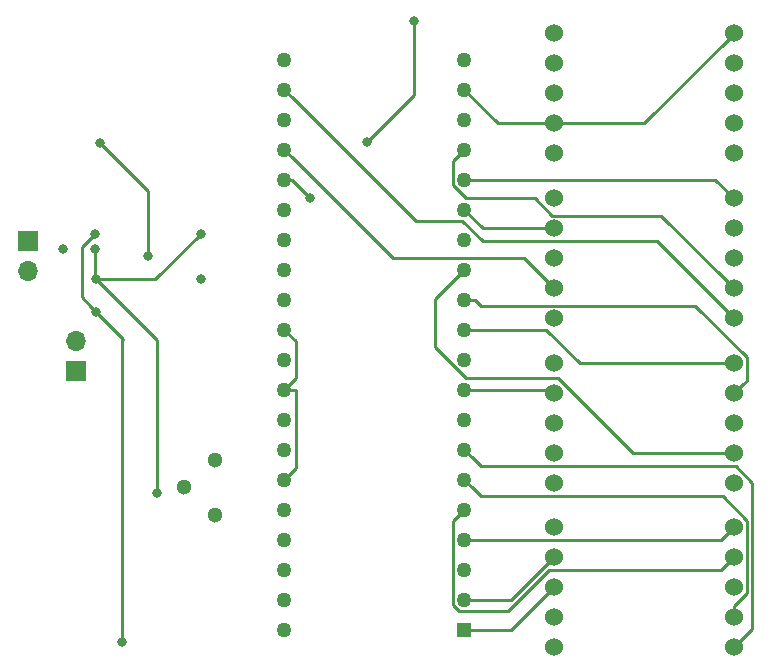
<source format=gbr>
G04 #@! TF.GenerationSoftware,KiCad,Pcbnew,(5.0.0-3-g5ebb6b6)*
G04 #@! TF.CreationDate,2018-10-31T22:03:31-07:00*
G04 #@! TF.ProjectId,Digital Voltmeter,4469676974616C20566F6C746D657465,A*
G04 #@! TF.SameCoordinates,Original*
G04 #@! TF.FileFunction,Copper,L2,Bot,Signal*
G04 #@! TF.FilePolarity,Positive*
%FSLAX46Y46*%
G04 Gerber Fmt 4.6, Leading zero omitted, Abs format (unit mm)*
G04 Created by KiCad (PCBNEW (5.0.0-3-g5ebb6b6)) date Wednesday, October 31, 2018 at 10:03:31 PM*
%MOMM*%
%LPD*%
G01*
G04 APERTURE LIST*
G04 #@! TA.AperFunction,ComponentPad*
%ADD10R,1.700000X1.700000*%
G04 #@! TD*
G04 #@! TA.AperFunction,ComponentPad*
%ADD11O,1.700000X1.700000*%
G04 #@! TD*
G04 #@! TA.AperFunction,ComponentPad*
%ADD12C,1.524000*%
G04 #@! TD*
G04 #@! TA.AperFunction,ComponentPad*
%ADD13R,1.270000X1.270000*%
G04 #@! TD*
G04 #@! TA.AperFunction,ComponentPad*
%ADD14C,1.270000*%
G04 #@! TD*
G04 #@! TA.AperFunction,ComponentPad*
%ADD15C,1.300000*%
G04 #@! TD*
G04 #@! TA.AperFunction,ViaPad*
%ADD16C,0.800000*%
G04 #@! TD*
G04 #@! TA.AperFunction,Conductor*
%ADD17C,0.250000*%
G04 #@! TD*
G04 APERTURE END LIST*
D10*
G04 #@! TO.P,J2,1*
G04 #@! TO.N,/Vin=9V*
X108775500Y-98044000D03*
D11*
G04 #@! TO.P,J2,2*
G04 #@! TO.N,GND*
X108775500Y-100584000D03*
G04 #@! TD*
D10*
G04 #@! TO.P,J1,1*
G04 #@! TO.N,/Vin+*
X112776000Y-109029500D03*
D11*
G04 #@! TO.P,J1,2*
G04 #@! TO.N,/Vin-*
X112776000Y-106489500D03*
G04 #@! TD*
D12*
G04 #@! TO.P,U4,10*
G04 #@! TO.N,Net-(U3-Pad20)*
X168529000Y-90614500D03*
G04 #@! TO.P,U4,9*
G04 #@! TO.N,Net-(U4-Pad9)*
X168529000Y-88074500D03*
G04 #@! TO.P,U4,8*
G04 #@! TO.N,N/C*
X168529000Y-85534500D03*
G04 #@! TO.P,U4,7*
G04 #@! TO.N,Net-(U4-Pad7)*
X168529000Y-82994500D03*
G04 #@! TO.P,U4,6*
G04 #@! TO.N,Net-(U3-Pad19)*
X168529000Y-80454500D03*
G04 #@! TO.P,U4,5*
G04 #@! TO.N,Net-(U4-Pad5)*
X153289000Y-90614500D03*
G04 #@! TO.P,U4,4*
G04 #@! TO.N,Net-(U3-Pad19)*
X153289000Y-88074500D03*
G04 #@! TO.P,U4,3*
G04 #@! TO.N,5V*
X153289000Y-85534500D03*
G04 #@! TO.P,U4,2*
G04 #@! TO.N,Net-(U4-Pad2)*
X153289000Y-82994500D03*
G04 #@! TO.P,U4,1*
G04 #@! TO.N,Net-(U4-Pad1)*
X153289000Y-80454500D03*
G04 #@! TD*
D13*
G04 #@! TO.P,U3,1*
G04 #@! TO.N,5V*
X145669000Y-130937000D03*
D14*
G04 #@! TO.P,U3,2*
G04 #@! TO.N,Net-(U3-Pad2)*
X145669000Y-128397000D03*
G04 #@! TO.P,U3,3*
G04 #@! TO.N,Net-(U3-Pad3)*
X145669000Y-125857000D03*
G04 #@! TO.P,U3,4*
G04 #@! TO.N,Net-(U3-Pad4)*
X145669000Y-123317000D03*
G04 #@! TO.P,U3,5*
G04 #@! TO.N,Net-(U3-Pad5)*
X145669000Y-120777000D03*
G04 #@! TO.P,U3,6*
G04 #@! TO.N,Net-(U3-Pad6)*
X145669000Y-118237000D03*
G04 #@! TO.P,U3,7*
G04 #@! TO.N,Net-(U3-Pad7)*
X145669000Y-115697000D03*
G04 #@! TO.P,U3,8*
G04 #@! TO.N,Net-(U3-Pad8)*
X145669000Y-113157000D03*
G04 #@! TO.P,U3,9*
G04 #@! TO.N,Net-(U3-Pad9)*
X145669000Y-110617000D03*
G04 #@! TO.P,U3,10*
G04 #@! TO.N,Net-(U3-Pad10)*
X145669000Y-108077000D03*
G04 #@! TO.P,U3,11*
G04 #@! TO.N,Net-(U3-Pad11)*
X145669000Y-105537000D03*
G04 #@! TO.P,U3,12*
G04 #@! TO.N,Net-(U3-Pad12)*
X145669000Y-102997000D03*
G04 #@! TO.P,U3,13*
G04 #@! TO.N,Net-(U3-Pad13)*
X145669000Y-100457000D03*
G04 #@! TO.P,U3,14*
G04 #@! TO.N,Net-(U3-Pad14)*
X145669000Y-97917000D03*
G04 #@! TO.P,U3,15*
G04 #@! TO.N,Net-(U3-Pad15)*
X145669000Y-95377000D03*
G04 #@! TO.P,U3,16*
G04 #@! TO.N,Net-(U3-Pad16)*
X145669000Y-92837000D03*
G04 #@! TO.P,U3,17*
G04 #@! TO.N,Net-(U3-Pad17)*
X145669000Y-90297000D03*
G04 #@! TO.P,U3,18*
G04 #@! TO.N,Net-(U3-Pad18)*
X145669000Y-87757000D03*
G04 #@! TO.P,U3,19*
G04 #@! TO.N,Net-(U3-Pad19)*
X145669000Y-85217000D03*
G04 #@! TO.P,U3,20*
G04 #@! TO.N,Net-(U3-Pad20)*
X145669000Y-82677000D03*
G04 #@! TO.P,U3,21*
G04 #@! TO.N,GND*
X130429000Y-82677000D03*
G04 #@! TO.P,U3,22*
G04 #@! TO.N,Net-(U3-Pad22)*
X130429000Y-85217000D03*
G04 #@! TO.P,U3,23*
G04 #@! TO.N,Net-(U3-Pad23)*
X130429000Y-87757000D03*
G04 #@! TO.P,U3,24*
G04 #@! TO.N,Net-(U3-Pad24)*
X130429000Y-90297000D03*
G04 #@! TO.P,U3,25*
G04 #@! TO.N,Net-(U3-Pad25)*
X130429000Y-92837000D03*
G04 #@! TO.P,U3,26*
G04 #@! TO.N,-5V*
X130429000Y-95377000D03*
G04 #@! TO.P,U3,27*
G04 #@! TO.N,Net-(C8-Pad1)*
X130429000Y-97917000D03*
G04 #@! TO.P,U3,28*
G04 #@! TO.N,Net-(R3-Pad1)*
X130429000Y-100457000D03*
G04 #@! TO.P,U3,29*
G04 #@! TO.N,Net-(C7-Pad1)*
X130429000Y-102997000D03*
G04 #@! TO.P,U3,30*
G04 #@! TO.N,/Vin-*
X130429000Y-105537000D03*
G04 #@! TO.P,U3,31*
G04 #@! TO.N,Net-(C5-Pad2)*
X130429000Y-108077000D03*
G04 #@! TO.P,U3,32*
G04 #@! TO.N,/Vin-*
X130429000Y-110617000D03*
G04 #@! TO.P,U3,33*
G04 #@! TO.N,Net-(C6-Pad1)*
X130429000Y-113157000D03*
G04 #@! TO.P,U3,34*
G04 #@! TO.N,Net-(C6-Pad2)*
X130429000Y-115697000D03*
G04 #@! TO.P,U3,35*
G04 #@! TO.N,/Vin-*
X130429000Y-118237000D03*
G04 #@! TO.P,U3,36*
G04 #@! TO.N,Net-(RV1-Pad2)*
X130429000Y-120777000D03*
G04 #@! TO.P,U3,37*
G04 #@! TO.N,N/C*
X130429000Y-123317000D03*
G04 #@! TO.P,U3,38*
G04 #@! TO.N,Net-(C9-Pad1)*
X130429000Y-125857000D03*
G04 #@! TO.P,U3,39*
G04 #@! TO.N,Net-(R4-Pad1)*
X130429000Y-128397000D03*
G04 #@! TO.P,U3,40*
G04 #@! TO.N,Net-(C9-Pad2)*
X130429000Y-130937000D03*
G04 #@! TD*
D12*
G04 #@! TO.P,U7,1*
G04 #@! TO.N,Net-(U3-Pad8)*
X153289000Y-122237500D03*
G04 #@! TO.P,U7,2*
G04 #@! TO.N,Net-(U3-Pad2)*
X153289000Y-124777500D03*
G04 #@! TO.P,U7,3*
G04 #@! TO.N,5V*
X153289000Y-127317500D03*
G04 #@! TO.P,U7,4*
G04 #@! TO.N,Net-(U3-Pad3)*
X153289000Y-129857500D03*
G04 #@! TO.P,U7,5*
G04 #@! TO.N,Net-(U7-Pad5)*
X153289000Y-132397500D03*
G04 #@! TO.P,U7,6*
G04 #@! TO.N,Net-(U3-Pad4)*
X168529000Y-122237500D03*
G04 #@! TO.P,U7,7*
G04 #@! TO.N,Net-(U3-Pad5)*
X168529000Y-124777500D03*
G04 #@! TO.P,U7,8*
G04 #@! TO.N,N/C*
X168529000Y-127317500D03*
G04 #@! TO.P,U7,9*
G04 #@! TO.N,Net-(U3-Pad6)*
X168529000Y-129857500D03*
G04 #@! TO.P,U7,10*
G04 #@! TO.N,Net-(U3-Pad7)*
X168529000Y-132397500D03*
G04 #@! TD*
G04 #@! TO.P,U6,10*
G04 #@! TO.N,Net-(U3-Pad25)*
X168529000Y-118554500D03*
G04 #@! TO.P,U6,9*
G04 #@! TO.N,Net-(U3-Pad13)*
X168529000Y-116014500D03*
G04 #@! TO.P,U6,8*
G04 #@! TO.N,N/C*
X168529000Y-113474500D03*
G04 #@! TO.P,U6,7*
G04 #@! TO.N,Net-(U3-Pad12)*
X168529000Y-110934500D03*
G04 #@! TO.P,U6,6*
G04 #@! TO.N,Net-(U3-Pad11)*
X168529000Y-108394500D03*
G04 #@! TO.P,U6,5*
G04 #@! TO.N,Net-(R6-Pad1)*
X153289000Y-118554500D03*
G04 #@! TO.P,U6,4*
G04 #@! TO.N,Net-(U3-Pad10)*
X153289000Y-116014500D03*
G04 #@! TO.P,U6,3*
G04 #@! TO.N,5V*
X153289000Y-113474500D03*
G04 #@! TO.P,U6,2*
G04 #@! TO.N,Net-(U3-Pad9)*
X153289000Y-110934500D03*
G04 #@! TO.P,U6,1*
G04 #@! TO.N,Net-(U3-Pad14)*
X153289000Y-108394500D03*
G04 #@! TD*
G04 #@! TO.P,U5,1*
G04 #@! TO.N,Net-(U3-Pad18)*
X153289000Y-94424500D03*
G04 #@! TO.P,U5,2*
G04 #@! TO.N,Net-(U3-Pad15)*
X153289000Y-96964500D03*
G04 #@! TO.P,U5,3*
G04 #@! TO.N,5V*
X153289000Y-99504500D03*
G04 #@! TO.P,U5,4*
G04 #@! TO.N,Net-(U3-Pad24)*
X153289000Y-102044500D03*
G04 #@! TO.P,U5,5*
G04 #@! TO.N,Net-(U5-Pad5)*
X153289000Y-104584500D03*
G04 #@! TO.P,U5,6*
G04 #@! TO.N,Net-(U3-Pad16)*
X168529000Y-94424500D03*
G04 #@! TO.P,U5,7*
G04 #@! TO.N,Net-(U3-Pad23)*
X168529000Y-96964500D03*
G04 #@! TO.P,U5,8*
G04 #@! TO.N,N/C*
X168529000Y-99504500D03*
G04 #@! TO.P,U5,9*
G04 #@! TO.N,Net-(U3-Pad17)*
X168529000Y-102044500D03*
G04 #@! TO.P,U5,10*
G04 #@! TO.N,Net-(U3-Pad22)*
X168529000Y-104584500D03*
G04 #@! TD*
D15*
G04 #@! TO.P,RV1,1*
G04 #@! TO.N,/Vin-*
X124609000Y-116562000D03*
G04 #@! TO.P,RV1,2*
G04 #@! TO.N,Net-(RV1-Pad2)*
X121929000Y-118872000D03*
G04 #@! TO.P,RV1,3*
G04 #@! TO.N,Net-(R5-Pad2)*
X124609000Y-121182000D03*
G04 #@! TD*
D16*
G04 #@! TO.N,/Vin=9V*
X114427000Y-98742500D03*
X111696500Y-98742500D03*
G04 #@! TO.N,5V*
X114490500Y-104013000D03*
X116713000Y-131953000D03*
X114427000Y-97409000D03*
X123380500Y-101282500D03*
G04 #@! TO.N,GND*
X114871500Y-89725500D03*
X118935500Y-99314000D03*
G04 #@! TO.N,/Vin=9V*
X123380500Y-97409000D03*
X114490500Y-101282500D03*
X119634000Y-119380000D03*
G04 #@! TO.N,Net-(U3-Pad25)*
X132651500Y-94361000D03*
X137414000Y-89662000D03*
X141422001Y-79367499D03*
G04 #@! TD*
D17*
G04 #@! TO.N,/Vin-*
X131063999Y-109982001D02*
X130429000Y-110617000D01*
X131389001Y-109656999D02*
X131063999Y-109982001D01*
X131389001Y-106497001D02*
X131389001Y-109656999D01*
X130429000Y-105537000D02*
X131389001Y-106497001D01*
X131063999Y-117602001D02*
X130429000Y-118237000D01*
X131327025Y-110617000D02*
X131389001Y-110678976D01*
X131389001Y-117276999D02*
X131063999Y-117602001D01*
X131389001Y-110678976D02*
X131389001Y-117276999D01*
X130429000Y-110617000D02*
X131327025Y-110617000D01*
G04 #@! TO.N,5V*
X149669500Y-130937000D02*
X153289000Y-127317500D01*
X145669000Y-130937000D02*
X149669500Y-130937000D01*
X114090501Y-103613001D02*
X114490500Y-104013000D01*
X113284000Y-102806500D02*
X114090501Y-103613001D01*
X113284000Y-98552000D02*
X113284000Y-102806500D01*
X114427000Y-97409000D02*
X113284000Y-98552000D01*
X116713000Y-106451502D02*
X116713000Y-131953000D01*
X116821001Y-106343501D02*
X116713000Y-106451502D01*
X114490500Y-104013000D02*
X116821001Y-106343501D01*
G04 #@! TO.N,GND*
X118935500Y-93789500D02*
X114871500Y-89725500D01*
X118935500Y-99314000D02*
X118935500Y-93789500D01*
G04 #@! TO.N,/Vin=9V*
X119634000Y-106426000D02*
X114490500Y-101282500D01*
X119634000Y-119380000D02*
X119634000Y-106426000D01*
X119507000Y-101282500D02*
X114490500Y-101282500D01*
X123380500Y-97409000D02*
X119507000Y-101282500D01*
X114427000Y-101219000D02*
X114490500Y-101282500D01*
X114427000Y-98742500D02*
X114427000Y-101219000D01*
G04 #@! TO.N,Net-(U3-Pad19)*
X160909000Y-88074500D02*
X168338500Y-80645000D01*
X153289000Y-88074500D02*
X160909000Y-88074500D01*
X148526500Y-88074500D02*
X145669000Y-85217000D01*
X153289000Y-88074500D02*
X148526500Y-88074500D01*
G04 #@! TO.N,Net-(U3-Pad15)*
X147256500Y-96964500D02*
X145669000Y-95377000D01*
X153289000Y-96964500D02*
X147256500Y-96964500D01*
G04 #@! TO.N,Net-(U3-Pad24)*
X131063999Y-90931999D02*
X130429000Y-90297000D01*
X139628999Y-99496999D02*
X131063999Y-90931999D01*
X150741499Y-99496999D02*
X139628999Y-99496999D01*
X153289000Y-102044500D02*
X150741499Y-99496999D01*
G04 #@! TO.N,Net-(U3-Pad16)*
X166941500Y-92837000D02*
X168529000Y-94424500D01*
X145669000Y-92837000D02*
X166941500Y-92837000D01*
G04 #@! TO.N,Net-(U3-Pad17)*
X167767001Y-101282501D02*
X168529000Y-102044500D01*
X162361999Y-95877499D02*
X167767001Y-101282501D01*
X153133237Y-95877499D02*
X162361999Y-95877499D01*
X151672737Y-94416999D02*
X153133237Y-95877499D01*
X145828197Y-94416999D02*
X151672737Y-94416999D01*
X144708999Y-93297801D02*
X145828197Y-94416999D01*
X144708999Y-91257001D02*
X144708999Y-93297801D01*
X145669000Y-90297000D02*
X144708999Y-91257001D01*
G04 #@! TO.N,Net-(U3-Pad22)*
X131063999Y-85851999D02*
X130429000Y-85217000D01*
X141549001Y-96337001D02*
X131063999Y-85851999D01*
X145509803Y-96337001D02*
X141549001Y-96337001D01*
X161996001Y-98051501D02*
X147224303Y-98051501D01*
X147224303Y-98051501D02*
X145509803Y-96337001D01*
X168529000Y-104584500D02*
X161996001Y-98051501D01*
G04 #@! TO.N,Net-(U3-Pad25)*
X141422001Y-85653999D02*
X137414000Y-89662000D01*
X141422001Y-79367499D02*
X141422001Y-85653999D01*
X131127500Y-92837000D02*
X130429000Y-92837000D01*
X132651500Y-94361000D02*
X131127500Y-92837000D01*
G04 #@! TO.N,Net-(U3-Pad13)*
X143192500Y-107021302D02*
X145828197Y-109656999D01*
X143192500Y-102933500D02*
X143192500Y-107021302D01*
X145669000Y-100457000D02*
X143192500Y-102933500D01*
X153620261Y-109656999D02*
X145828197Y-109656999D01*
X159977762Y-116014500D02*
X153620261Y-109656999D01*
X168529000Y-116014500D02*
X159977762Y-116014500D01*
G04 #@! TO.N,Net-(U3-Pad12)*
X169290999Y-110172501D02*
X168529000Y-110934500D01*
X169616001Y-109847499D02*
X169290999Y-110172501D01*
X169616001Y-107872739D02*
X169616001Y-109847499D01*
X165240761Y-103497499D02*
X169616001Y-107872739D01*
X147067524Y-103497499D02*
X165240761Y-103497499D01*
X146567025Y-102997000D02*
X147067524Y-103497499D01*
X145669000Y-102997000D02*
X146567025Y-102997000D01*
G04 #@! TO.N,Net-(U3-Pad11)*
X146567025Y-105537000D02*
X145669000Y-105537000D01*
X152632738Y-105537000D02*
X146567025Y-105537000D01*
X155490238Y-108394500D02*
X152632738Y-105537000D01*
X168529000Y-108394500D02*
X155490238Y-108394500D01*
G04 #@! TO.N,Net-(U3-Pad9)*
X152971500Y-110617000D02*
X153289000Y-110934500D01*
X145669000Y-110617000D02*
X152971500Y-110617000D01*
G04 #@! TO.N,Net-(U3-Pad2)*
X149669500Y-128397000D02*
X153289000Y-124777500D01*
X145669000Y-128397000D02*
X149669500Y-128397000D01*
G04 #@! TO.N,Net-(U3-Pad4)*
X146567025Y-123317000D02*
X145669000Y-123317000D01*
X146574526Y-123324501D02*
X146567025Y-123317000D01*
X167441999Y-123324501D02*
X146574526Y-123324501D01*
X168529000Y-122237500D02*
X167441999Y-123324501D01*
G04 #@! TO.N,Net-(U3-Pad5)*
X145034001Y-121411999D02*
X145669000Y-120777000D01*
X144708999Y-128857801D02*
X144708999Y-121737001D01*
X144708999Y-121737001D02*
X145034001Y-121411999D01*
X145208199Y-129357001D02*
X144708999Y-128857801D01*
X149345909Y-129357001D02*
X145208199Y-129357001D01*
X152838409Y-125864501D02*
X149345909Y-129357001D01*
X167441999Y-125864501D02*
X152838409Y-125864501D01*
X168529000Y-124777500D02*
X167441999Y-125864501D01*
G04 #@! TO.N,Net-(U3-Pad6)*
X146303999Y-118871999D02*
X145669000Y-118237000D01*
X147073501Y-119641501D02*
X146303999Y-118871999D01*
X167541763Y-119641501D02*
X147073501Y-119641501D01*
X169616001Y-121715739D02*
X167541763Y-119641501D01*
X169616001Y-127839261D02*
X169616001Y-121715739D01*
X168529000Y-128926262D02*
X169616001Y-127839261D01*
X168529000Y-129857500D02*
X168529000Y-128926262D01*
G04 #@! TO.N,Net-(U3-Pad7)*
X146303999Y-116331999D02*
X145669000Y-115697000D01*
X147073501Y-117101501D02*
X146303999Y-116331999D01*
X168684763Y-117101501D02*
X147073501Y-117101501D01*
X170066011Y-118482749D02*
X168684763Y-117101501D01*
X170066011Y-130860489D02*
X170066011Y-118482749D01*
X168529000Y-132397500D02*
X170066011Y-130860489D01*
G04 #@! TD*
M02*

</source>
